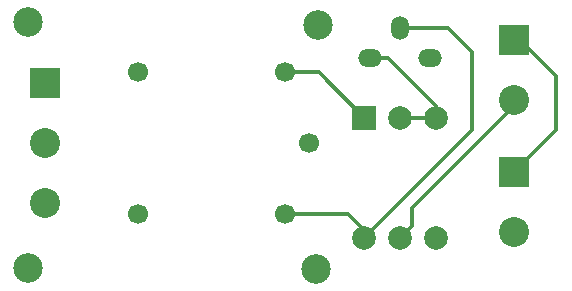
<source format=gtl>
G04 #@! TF.FileFunction,Copper,L1,Top,Signal*
%FSLAX46Y46*%
G04 Gerber Fmt 4.6, Leading zero omitted, Abs format (unit mm)*
G04 Created by KiCad (PCBNEW 4.0.1-stable) date 26/05/2016 09:01:35*
%MOMM*%
G01*
G04 APERTURE LIST*
%ADD10C,0.100000*%
%ADD11C,2.500000*%
%ADD12C,1.998980*%
%ADD13R,1.998980X1.998980*%
%ADD14R,2.540000X2.540000*%
%ADD15C,2.540000*%
%ADD16O,1.501140X1.998980*%
%ADD17O,1.998980X1.501140*%
%ADD18C,1.700000*%
%ADD19C,0.300000*%
G04 APERTURE END LIST*
D10*
D11*
X131064000Y-122555000D03*
X131191000Y-101854000D03*
X106680000Y-122428000D03*
X106680000Y-101600000D03*
D12*
X135130540Y-119888000D03*
D13*
X135130540Y-109728000D03*
D14*
X147828000Y-103124000D03*
D15*
X147828000Y-108204000D03*
D14*
X147828000Y-114300000D03*
D15*
X147828000Y-119380000D03*
D16*
X138176000Y-102108000D03*
D17*
X135636000Y-104648000D03*
X140716000Y-104648000D03*
D12*
X138176000Y-109728000D03*
X138176000Y-119888000D03*
X141224000Y-109728000D03*
X141224000Y-119888000D03*
D18*
X115936000Y-105879000D03*
X115936000Y-117879000D03*
X128436000Y-117879000D03*
X130436000Y-111879000D03*
X128436000Y-105879000D03*
D14*
X108077000Y-106807000D03*
D15*
X108077000Y-111887000D03*
X108077000Y-116967000D03*
D19*
X135130540Y-119888000D02*
X135130540Y-119255540D01*
X135130540Y-119255540D02*
X133754000Y-117879000D01*
X133754000Y-117879000D02*
X128436000Y-117879000D01*
X135130540Y-119888000D02*
X135130540Y-119885460D01*
X135130540Y-119885460D02*
X144272000Y-110744000D01*
X142240000Y-102108000D02*
X138176000Y-102108000D01*
X144272000Y-104140000D02*
X142240000Y-102108000D01*
X144272000Y-110744000D02*
X144272000Y-104140000D01*
X128436000Y-105879000D02*
X131279000Y-105879000D01*
X131279000Y-105879000D02*
X135128000Y-109728000D01*
X135128000Y-109728000D02*
X135130540Y-109728000D01*
X147828000Y-103124000D02*
X148336000Y-103124000D01*
X148336000Y-103124000D02*
X151384000Y-106172000D01*
X151384000Y-110744000D02*
X147828000Y-114300000D01*
X151384000Y-106172000D02*
X151384000Y-110744000D01*
X147828000Y-108204000D02*
X147828000Y-108712000D01*
X147828000Y-108712000D02*
X139192000Y-117348000D01*
X139192000Y-117348000D02*
X139192000Y-118872000D01*
X139192000Y-118872000D02*
X138176000Y-119888000D01*
X138176000Y-109728000D02*
X141224000Y-109728000D01*
X135636000Y-104648000D02*
X137160000Y-104648000D01*
X141224000Y-108712000D02*
X141224000Y-109728000D01*
X137160000Y-104648000D02*
X141224000Y-108712000D01*
M02*

</source>
